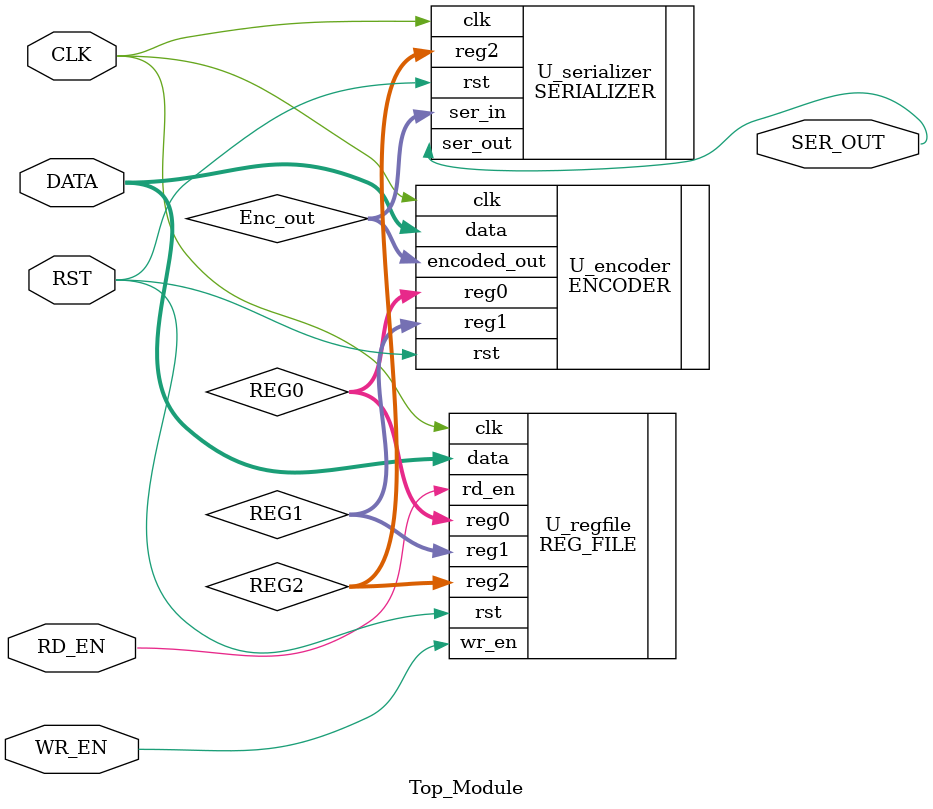
<source format=v>
module Top_Module (                         //Top_Module input & output ports
input wire [7:0] DATA,
input wire WR_EN, RD_EN, 
input wire CLK, RST,
output wire SER_OUT        
//driven by another module’s output
//it must be declared as a wire in the top module.
);

wire [7:0] REG0, REG1, REG2, Enc_out;       //internal connections 

REG_FILE U_regfile (
.rst(RST),                    // connected to top module input port "RST"
.clk(CLK),                    // connected to top module input port "CLK"
.data(DATA),                  // connected to top module input port "DATA"
.wr_en(WR_EN),                // connected to top module input port "WR_EN"
.rd_en(RD_EN),                // connected to top module input port "RD_EN"
.reg0(REG0),                  // connected to encoder
.reg1(REG1),                  // connected to encoder
.reg2(REG2)                   // connected to serializer
);

ENCODER U_encoder (
.rst(RST),                    // connected to top module input port "RST"
.clk(CLK),                    // connected to top module input port "CLK"
.data(DATA),                  // connected to top module input port "DATA"
.reg0(REG0),                  // connected to register file
.reg1(REG1),                  // connected to register file
.encoded_out(Enc_out)         // connected to serializer
); 

SERIALIZER U_serializer (
.rst(RST),                    // connected to top module input port "RST"
.clk(CLK),                    // connected to top module input port "CLK"
.reg2(REG2),                  // connected to register file
.ser_in(Enc_out),             // connected to encoder
.ser_out(SER_OUT)             // connected to top module output port "SER_OUT"
); 

endmodule

</source>
